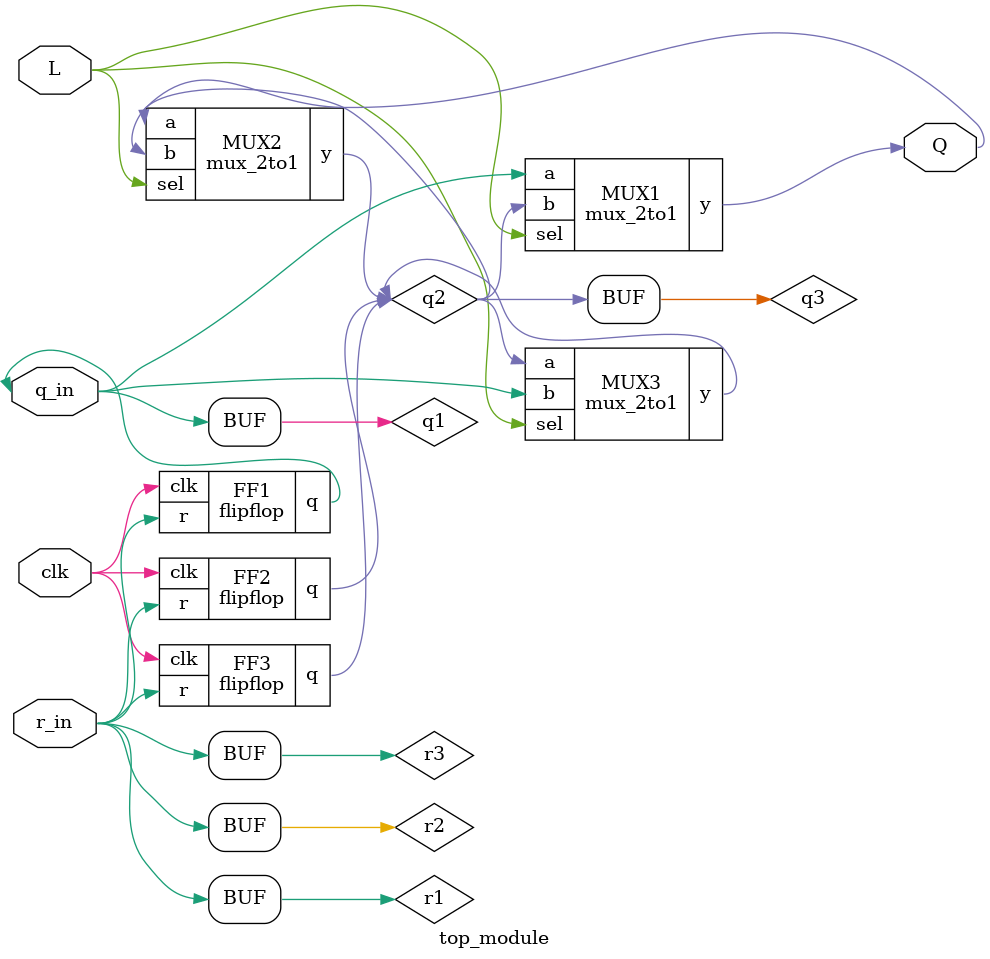
<source format=sv>
module flipflop (
    input clk,
    input r,
    output reg q
);

    always @(posedge clk)
        q <= r;

endmodule
module mux_2to1 (
    input a,
    input b,
    input sel,
    output reg y
);

    always @*
    begin
        if (sel)
            y = b;
        else
            y = a;
    end

endmodule
module top_module(
    input clk,
    input L,
    input r_in,
    input q_in,
    output reg Q);

    wire r1, q1, r2, q2, r3, q3;

    flipflop FF1 (
        .clk(clk),
        .r(r1),
        .q(q1)
    );

    flipflop FF2 (
        .clk(clk),
        .r(r2),
        .q(q2)
    );

    flipflop FF3 (
        .clk(clk),
        .r(r3),
        .q(q3)
    );

    mux_2to1 MUX1 (
        .a(q1),
        .b(q3),
        .sel(L),
        .y(Q)
    );

    mux_2to1 MUX2 (
        .a(q2),
        .b(Q),
        .sel(L),
        .y(q3)
    );

    mux_2to1 MUX3 (
        .a(q3),
        .b(q1),
        .sel(L),
        .y(q2)
    );

    assign r1 = r_in;
    assign r2 = r1;
    assign r3 = r2;

    assign q1 = q_in;
    assign q2 = q3;
    assign q3 = q2;

endmodule

</source>
